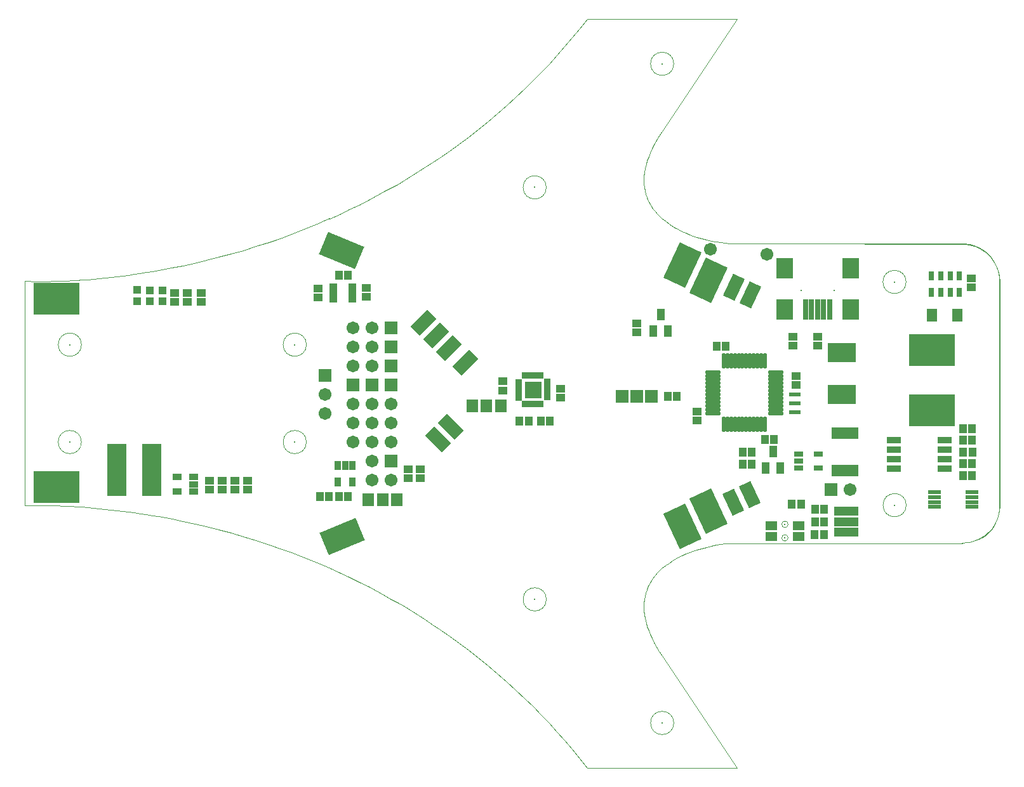
<source format=gts>
%FSLAX25Y25*%
%MOIN*%
G70*
G01*
G75*
G04 Layer_Color=8388736*
%ADD10C,0.00787*%
%ADD11R,0.03150X0.03937*%
%ADD12R,0.11811X0.03937*%
%ADD13R,0.13780X0.09646*%
%ADD14R,0.09488X0.26378*%
G04:AMPARAMS|DCode=15|XSize=196.85mil|YSize=118.11mil|CornerRadius=0mil|HoleSize=0mil|Usage=FLASHONLY|Rotation=22.500|XOffset=0mil|YOffset=0mil|HoleType=Round|Shape=Rectangle|*
%AMROTATEDRECTD15*
4,1,4,-0.06833,-0.09222,-0.11353,0.01689,0.06833,0.09222,0.11353,-0.01689,-0.06833,-0.09222,0.0*
%
%ADD15ROTATEDRECTD15*%

G04:AMPARAMS|DCode=16|XSize=196.85mil|YSize=118.11mil|CornerRadius=0mil|HoleSize=0mil|Usage=FLASHONLY|Rotation=337.500|XOffset=0mil|YOffset=0mil|HoleType=Round|Shape=Rectangle|*
%AMROTATEDRECTD16*
4,1,4,-0.11353,-0.01689,-0.06833,0.09222,0.11353,0.01689,0.06833,-0.09222,-0.11353,-0.01689,0.0*
%
%ADD16ROTATEDRECTD16*%

G04:AMPARAMS|DCode=17|XSize=196.85mil|YSize=118.11mil|CornerRadius=0mil|HoleSize=0mil|Usage=FLASHONLY|Rotation=115.000|XOffset=0mil|YOffset=0mil|HoleType=Round|Shape=Rectangle|*
%AMROTATEDRECTD17*
4,1,4,0.09512,-0.06425,-0.01193,-0.11416,-0.09512,0.06425,0.01193,0.11416,0.09512,-0.06425,0.0*
%
%ADD17ROTATEDRECTD17*%

G04:AMPARAMS|DCode=18|XSize=196.85mil|YSize=118.11mil|CornerRadius=0mil|HoleSize=0mil|Usage=FLASHONLY|Rotation=65.000|XOffset=0mil|YOffset=0mil|HoleType=Round|Shape=Rectangle|*
%AMROTATEDRECTD18*
4,1,4,0.01193,-0.11416,-0.09512,-0.06425,-0.01193,0.11416,0.09512,0.06425,0.01193,-0.11416,0.0*
%
%ADD18ROTATEDRECTD18*%

%ADD19R,0.05118X0.05906*%
%ADD20R,0.03937X0.03150*%
%ADD21R,0.03898X0.01890*%
%ADD22R,0.04173X0.02559*%
%ADD23R,0.05512X0.04134*%
%ADD24R,0.06890X0.02559*%
%ADD25R,0.23622X0.15748*%
%ADD26R,0.02362X0.04331*%
%ADD27R,0.03150X0.03150*%
%ADD28R,0.03347X0.05118*%
%ADD29R,0.05906X0.05906*%
%ADD30O,0.07480X0.01181*%
%ADD31O,0.01181X0.07480*%
%ADD32R,0.01969X0.09843*%
%ADD33R,0.07874X0.09843*%
%ADD34R,0.05118X0.01575*%
%ADD35R,0.07874X0.07874*%
%ADD36R,0.03937X0.02165*%
%ADD37R,0.00984X0.02756*%
%ADD38R,0.02756X0.00984*%
%ADD39R,0.05000X0.05787*%
%ADD40R,0.13386X0.05315*%
%ADD41R,0.05906X0.01614*%
G04:AMPARAMS|DCode=42|XSize=118.11mil|YSize=59.06mil|CornerRadius=0mil|HoleSize=0mil|Usage=FLASHONLY|Rotation=225.000|XOffset=0mil|YOffset=0mil|HoleType=Round|Shape=Rectangle|*
%AMROTATEDRECTD42*
4,1,4,0.02088,0.06264,0.06264,0.02088,-0.02088,-0.06264,-0.06264,-0.02088,0.02088,0.06264,0.0*
%
%ADD42ROTATEDRECTD42*%

G04:AMPARAMS|DCode=43|XSize=118.11mil|YSize=59.06mil|CornerRadius=0mil|HoleSize=0mil|Usage=FLASHONLY|Rotation=135.000|XOffset=0mil|YOffset=0mil|HoleType=Round|Shape=Rectangle|*
%AMROTATEDRECTD43*
4,1,4,0.06264,-0.02088,0.02088,-0.06264,-0.06264,0.02088,-0.02088,0.06264,0.06264,-0.02088,0.0*
%
%ADD43ROTATEDRECTD43*%

G04:AMPARAMS|DCode=44|XSize=118.11mil|YSize=59.06mil|CornerRadius=0mil|HoleSize=0mil|Usage=FLASHONLY|Rotation=245.000|XOffset=0mil|YOffset=0mil|HoleType=Round|Shape=Rectangle|*
%AMROTATEDRECTD44*
4,1,4,-0.00180,0.06600,0.05172,0.04104,0.00180,-0.06600,-0.05172,-0.04104,-0.00180,0.06600,0.0*
%
%ADD44ROTATEDRECTD44*%

G04:AMPARAMS|DCode=45|XSize=118.11mil|YSize=59.06mil|CornerRadius=0mil|HoleSize=0mil|Usage=FLASHONLY|Rotation=295.000|XOffset=0mil|YOffset=0mil|HoleType=Round|Shape=Rectangle|*
%AMROTATEDRECTD45*
4,1,4,-0.05172,0.04104,0.00180,0.06600,0.05172,-0.04104,-0.00180,-0.06600,-0.05172,0.04104,0.0*
%
%ADD45ROTATEDRECTD45*%

%ADD46R,0.02559X0.04173*%
%ADD47C,0.01969*%
%ADD48C,0.03937*%
%ADD49C,0.07874*%
%ADD50C,0.05906*%
%ADD51R,0.06869X0.26570*%
%ADD52R,0.06892X0.11504*%
%ADD53R,0.37657X0.14030*%
%ADD54R,0.23424X0.11604*%
%ADD55R,0.15927X0.15830*%
%ADD56R,0.14344X0.15856*%
%ADD57C,0.00394*%
%ADD58C,0.00197*%
%ADD59C,0.05906*%
%ADD60R,0.05906X0.05906*%
%ADD61C,0.01969*%
%ADD62R,0.36038X0.16300*%
%ADD63C,0.01000*%
%ADD64C,0.01181*%
%ADD65C,0.00984*%
%ADD66C,0.02362*%
%ADD67C,0.00039*%
%ADD68R,0.03937X0.03937*%
%ADD69R,0.04309X0.09978*%
%ADD70R,0.04309X0.09978*%
%ADD71R,0.11596X0.03568*%
%ADD72R,0.03568X0.11596*%
%ADD73R,0.03618X0.11596*%
%ADD74R,0.11596X0.03583*%
%ADD75R,0.03950X0.04737*%
%ADD76R,0.12611X0.04737*%
%ADD77R,0.14579X0.10446*%
%ADD78R,0.10288X0.27178*%
G04:AMPARAMS|DCode=79|XSize=204.85mil|YSize=126.11mil|CornerRadius=0mil|HoleSize=0mil|Usage=FLASHONLY|Rotation=22.500|XOffset=0mil|YOffset=0mil|HoleType=Round|Shape=Rectangle|*
%AMROTATEDRECTD79*
4,1,4,-0.07050,-0.09745,-0.11876,0.01906,0.07050,0.09745,0.11876,-0.01906,-0.07050,-0.09745,0.0*
%
%ADD79ROTATEDRECTD79*%

G04:AMPARAMS|DCode=80|XSize=204.85mil|YSize=126.11mil|CornerRadius=0mil|HoleSize=0mil|Usage=FLASHONLY|Rotation=337.500|XOffset=0mil|YOffset=0mil|HoleType=Round|Shape=Rectangle|*
%AMROTATEDRECTD80*
4,1,4,-0.11876,-0.01906,-0.07050,0.09745,0.11876,0.01906,0.07050,-0.09745,-0.11876,-0.01906,0.0*
%
%ADD80ROTATEDRECTD80*%

G04:AMPARAMS|DCode=81|XSize=204.85mil|YSize=126.11mil|CornerRadius=0mil|HoleSize=0mil|Usage=FLASHONLY|Rotation=115.000|XOffset=0mil|YOffset=0mil|HoleType=Round|Shape=Rectangle|*
%AMROTATEDRECTD81*
4,1,4,0.10043,-0.06618,-0.01386,-0.11948,-0.10043,0.06618,0.01386,0.11948,0.10043,-0.06618,0.0*
%
%ADD81ROTATEDRECTD81*%

G04:AMPARAMS|DCode=82|XSize=204.85mil|YSize=126.11mil|CornerRadius=0mil|HoleSize=0mil|Usage=FLASHONLY|Rotation=65.000|XOffset=0mil|YOffset=0mil|HoleType=Round|Shape=Rectangle|*
%AMROTATEDRECTD82*
4,1,4,0.01386,-0.11948,-0.10043,-0.06618,-0.01386,0.11948,0.10043,0.06618,0.01386,-0.11948,0.0*
%
%ADD82ROTATEDRECTD82*%

%ADD83R,0.05918X0.06706*%
%ADD84R,0.04737X0.03950*%
%ADD85R,0.04973X0.03359*%
%ADD86R,0.06312X0.04934*%
%ADD87R,0.07690X0.03359*%
%ADD88R,0.24422X0.16548*%
%ADD89R,0.03162X0.05131*%
%ADD90R,0.03950X0.03950*%
%ADD91R,0.04147X0.05918*%
%ADD92R,0.06706X0.06706*%
%ADD93O,0.08280X0.01981*%
%ADD94O,0.01981X0.08280*%
%ADD95R,0.02769X0.10642*%
%ADD96R,0.08674X0.10642*%
%ADD97R,0.05918X0.02375*%
%ADD98R,0.08674X0.08674*%
%ADD99R,0.04737X0.02965*%
%ADD100R,0.01784X0.03556*%
%ADD101R,0.03556X0.01784*%
%ADD102R,0.05800X0.06587*%
%ADD103R,0.14186X0.06115*%
%ADD104R,0.06706X0.02414*%
G04:AMPARAMS|DCode=105|XSize=126.11mil|YSize=67.06mil|CornerRadius=0mil|HoleSize=0mil|Usage=FLASHONLY|Rotation=225.000|XOffset=0mil|YOffset=0mil|HoleType=Round|Shape=Rectangle|*
%AMROTATEDRECTD105*
4,1,4,0.02088,0.06829,0.06829,0.02088,-0.02088,-0.06829,-0.06829,-0.02088,0.02088,0.06829,0.0*
%
%ADD105ROTATEDRECTD105*%

G04:AMPARAMS|DCode=106|XSize=126.11mil|YSize=67.06mil|CornerRadius=0mil|HoleSize=0mil|Usage=FLASHONLY|Rotation=135.000|XOffset=0mil|YOffset=0mil|HoleType=Round|Shape=Rectangle|*
%AMROTATEDRECTD106*
4,1,4,0.06829,-0.02088,0.02088,-0.06829,-0.06829,0.02088,-0.02088,0.06829,0.06829,-0.02088,0.0*
%
%ADD106ROTATEDRECTD106*%

G04:AMPARAMS|DCode=107|XSize=126.11mil|YSize=67.06mil|CornerRadius=0mil|HoleSize=0mil|Usage=FLASHONLY|Rotation=245.000|XOffset=0mil|YOffset=0mil|HoleType=Round|Shape=Rectangle|*
%AMROTATEDRECTD107*
4,1,4,-0.00374,0.07132,0.05704,0.04298,0.00374,-0.07132,-0.05704,-0.04298,-0.00374,0.07132,0.0*
%
%ADD107ROTATEDRECTD107*%

G04:AMPARAMS|DCode=108|XSize=126.11mil|YSize=67.06mil|CornerRadius=0mil|HoleSize=0mil|Usage=FLASHONLY|Rotation=295.000|XOffset=0mil|YOffset=0mil|HoleType=Round|Shape=Rectangle|*
%AMROTATEDRECTD108*
4,1,4,-0.05704,0.04298,0.00374,0.07132,0.05704,-0.04298,-0.00374,-0.07132,-0.05704,0.04298,0.0*
%
%ADD108ROTATEDRECTD108*%

%ADD109R,0.03359X0.04973*%
%ADD110C,0.00800*%
%ADD111C,0.06706*%
%ADD112R,0.06706X0.06706*%
D21*
X897449Y570232D02*
D03*
Y572791D02*
D03*
Y575350D02*
D03*
Y577909D02*
D03*
X887252Y570232D02*
D03*
Y572791D02*
D03*
Y575350D02*
D03*
Y577909D02*
D03*
D57*
X1233068Y592835D02*
G03*
X1217579Y600111I-15664J-13221D01*
G01*
X1217591Y442672D02*
G03*
X1233080Y449948I-175J20497D01*
G01*
X880412Y611114D02*
G03*
X885495Y613312I-35534J89131D01*
G01*
X885527Y429516D02*
G03*
X880444Y431715I-40617J-86933D01*
G01*
X755095Y547005D02*
G03*
X755095Y547005I-6102J0D01*
G01*
Y495825D02*
G03*
X755095Y495825I-6102J0D01*
G01*
X873206D02*
G03*
X873206Y495825I-6102J0D01*
G01*
Y547005D02*
G03*
X873206Y547005I-6102J0D01*
G01*
X999188Y413147D02*
G03*
X999188Y413147I-6102J0D01*
G01*
X1066117Y348188D02*
G03*
X1066117Y348188I-6102J0D01*
G01*
X1188164Y462662D02*
G03*
X1188164Y462662I-6102J0D01*
G01*
X1188105Y579993D02*
G03*
X1188105Y579993I-6102J0D01*
G01*
X999187Y629683D02*
G03*
X999187Y629683I-6102J0D01*
G01*
X1066117Y694642D02*
G03*
X1066117Y694642I-6102J0D01*
G01*
X1166186Y600154D02*
X1217504D01*
X1099391D02*
X1166186D01*
X1016714Y329514D02*
X1020651Y324561D01*
X1012729Y334348D02*
X1016714Y329514D01*
X1008701Y339065D02*
X1012729Y334348D01*
X1004632Y343665D02*
X1008701Y339065D01*
X1000522Y348150D02*
X1004632Y343665D01*
X996375Y352521D02*
X1000522Y348150D01*
X992192Y356779D02*
X996375Y352521D01*
X987975Y360926D02*
X992192Y356779D01*
X983117Y365533D02*
X987975Y360926D01*
X978221Y369998D02*
X983117Y365533D01*
X973289Y374326D02*
X978221Y369998D01*
X968327Y378516D02*
X973289Y374326D01*
X963335Y382573D02*
X968327Y378516D01*
X958318Y386498D02*
X963335Y382573D01*
X953278Y390293D02*
X958318Y386498D01*
X948218Y393961D02*
X953278Y390293D01*
X943142Y397502D02*
X948218Y393961D01*
X939442Y399999D02*
X943142Y397502D01*
X935736Y402433D02*
X939442Y399999D01*
X932025Y404804D02*
X935736Y402433D01*
X928312Y407112D02*
X932025Y404804D01*
X924595Y409358D02*
X928312Y407112D01*
X920877Y411542D02*
X924595Y409358D01*
X917159Y413666D02*
X920877Y411542D01*
X914453Y415193D02*
X917159Y413666D01*
X773629Y459957D02*
X776585Y459591D01*
X770744Y460294D02*
X773629Y459957D01*
X767475Y460646D02*
X770744Y460294D01*
X764307Y460963D02*
X767475Y460646D01*
X761242Y461242D02*
X764307Y460963D01*
X758279Y461489D02*
X761242Y461242D01*
X755426Y461703D02*
X758279Y461489D01*
X752683Y461887D02*
X755426Y461703D01*
X750053Y462044D02*
X752683Y461887D01*
X747540Y462174D02*
X750053Y462044D01*
X745146Y462281D02*
X747540Y462174D01*
X742514Y462377D02*
X745146Y462281D01*
X740053Y462448D02*
X742514Y462377D01*
X737765Y462495D02*
X740053Y462448D01*
X735657Y462521D02*
X737765Y462495D01*
X733731Y462531D02*
X735657Y462521D01*
X731993Y462527D02*
X733731Y462531D01*
X730447Y462512D02*
X731993Y462527D01*
X729097Y462488D02*
X730447Y462512D01*
X727949Y462460D02*
X729097Y462488D01*
X727415Y462445D02*
X727949Y462460D01*
X726942Y462428D02*
X727415Y462445D01*
X726529Y462413D02*
X726942Y462428D01*
X726179Y462399D02*
X726529Y462413D01*
X725890Y462387D02*
X726179Y462399D01*
X725665Y462376D02*
X725890Y462387D01*
X725503Y462367D02*
X725665Y462376D01*
X725406Y462363D02*
X725503Y462367D01*
X725374Y462362D02*
X725406Y462363D01*
X725374Y462362D02*
Y580471D01*
X833536Y594757D02*
X840102Y596648D01*
X846768Y598697D01*
X853525Y600908D01*
X860365Y603286D01*
X865327Y605103D01*
X870324Y607011D01*
X875354Y609014D01*
X880412Y611114D01*
X885495Y613312D02*
X890602Y615612D01*
X895726Y618014D01*
X900866Y620523D01*
X906020Y623140D01*
X914414Y627750D01*
X917159Y629159D01*
X920877Y631283D01*
X924595Y633468D01*
X928312Y635712D01*
X932025Y638019D01*
X935736Y640390D01*
X939442Y642823D01*
X943142Y645322D01*
X948218Y648863D01*
X953278Y652531D01*
X958318Y656324D01*
X963335Y660249D01*
X968327Y664306D01*
X973289Y668497D01*
X978221Y672824D01*
X983117Y677290D01*
X987975Y681896D01*
X992192Y686044D01*
X996375Y690302D01*
X1000522Y694671D01*
X1004632Y699156D01*
X1008701Y703756D01*
X1012729Y708473D01*
X1016714Y713307D01*
X1020651Y718260D01*
X1099391D01*
X1060022Y659205D02*
X1099391Y718260D01*
X1058466Y656844D02*
X1060022Y659205D01*
X1057059Y654540D02*
X1058466Y656844D01*
X1055798Y652292D02*
X1057059Y654540D01*
X1054676Y650101D02*
X1055798Y652292D01*
X1053693Y647963D02*
X1054676Y650101D01*
X1052841Y645883D02*
X1053693Y647963D01*
X1052121Y643855D02*
X1052841Y645883D01*
X1051526Y641881D02*
X1052121Y643855D01*
X1050996Y639691D02*
X1051526Y641881D01*
X1050619Y637570D02*
X1050996Y639691D01*
X1050391Y635516D02*
X1050619Y637570D01*
X1050307Y633530D02*
X1050391Y635516D01*
X1050307Y633530D02*
X1050361Y631611D01*
X1050547Y629755D01*
X1050859Y627966D01*
X1051293Y626241D01*
X1051843Y624580D01*
X1052362Y623295D01*
X1052948Y622051D01*
X1053600Y620845D01*
X1054314Y619679D01*
X1055086Y618551D01*
X1055915Y617461D01*
X1057730Y615393D01*
X1059736Y613472D01*
X1061911Y611696D01*
X1063512Y610543D01*
X1067106Y608200D01*
X1066895Y608439D02*
X1068662Y607483D01*
X1070470Y606591D01*
X1072311Y605764D01*
X1074177Y604997D01*
X1076061Y604290D01*
X1077955Y603644D01*
X1080591Y602843D01*
X1083212Y602151D01*
X1085797Y601566D01*
X1088324Y601086D01*
X1090774Y600708D01*
X1093127Y600429D01*
X1095361Y600246D01*
X1097455Y600155D01*
X1099391Y600154D01*
X1232277Y593481D02*
X1233827Y591478D01*
X1235106Y589293D01*
X1236092Y586964D01*
X1236769Y584525D01*
X1237080Y582529D01*
X1237185Y580472D01*
Y462350D02*
Y580472D01*
X1228509Y446028D02*
X1230512Y447577D01*
X1226325Y444748D02*
X1228509Y446028D01*
X853493Y600910D02*
X860333Y603287D01*
X846736Y598698D02*
X853493Y600910D01*
X840070Y596650D02*
X846736Y598698D01*
X833504Y594758D02*
X840070Y596650D01*
X827048Y593015D02*
X833504Y594758D01*
X820708Y591417D02*
X827048Y593015D01*
X814494Y589955D02*
X820708Y591417D01*
X808415Y588625D02*
X814494Y589955D01*
X802480Y587422D02*
X808415Y588625D01*
X795641Y586150D02*
X802480Y587422D01*
X792308Y585573D02*
X795641Y586150D01*
X789033Y585035D02*
X792308Y585573D01*
X785818Y584533D02*
X789033Y585035D01*
X782665Y584068D02*
X785818Y584533D01*
X779575Y583636D02*
X782665Y584068D01*
X776553Y583237D02*
X779575Y583636D01*
X773597Y582871D02*
X776553Y583237D01*
X770712Y582536D02*
X773597Y582871D01*
X767443Y582182D02*
X770712Y582536D01*
X764275Y581867D02*
X767443Y582182D01*
X761210Y581586D02*
X764275Y581867D01*
X758247Y581339D02*
X761210Y581586D01*
X755394Y581126D02*
X758247Y581339D01*
X752651Y580942D02*
X755394Y581126D01*
X750021Y580785D02*
X752651Y580942D01*
X747508Y580654D02*
X750021Y580785D01*
X745114Y580547D02*
X747508Y580654D01*
X742482Y580451D02*
X745114Y580547D01*
X740021Y580380D02*
X742482Y580451D01*
X737733Y580333D02*
X740021Y580380D01*
X735625Y580307D02*
X737733Y580333D01*
X733699Y580297D02*
X735625Y580307D01*
X731961Y580301D02*
X733699Y580297D01*
X730415Y580318D02*
X731961Y580301D01*
X729065Y580342D02*
X730415Y580318D01*
X727917Y580369D02*
X729065Y580342D01*
X727384Y580386D02*
X727917Y580369D01*
X726910Y580403D02*
X727384Y580386D01*
X726497Y580418D02*
X726910Y580403D01*
X726147Y580433D02*
X726497Y580418D01*
X725858Y580446D02*
X726147Y580433D01*
X725634Y580457D02*
X725858Y580446D01*
X725471Y580465D02*
X725634Y580457D01*
X725374Y580471D02*
X725471Y580465D01*
X725342Y580472D02*
X725374Y580471D01*
X1237091Y460254D02*
X1237197Y462311D01*
X1236781Y458259D02*
X1237091Y460254D01*
X1236104Y455819D02*
X1236781Y458259D01*
X1235118Y453490D02*
X1236104Y455819D01*
X1233839Y451306D02*
X1235118Y453490D01*
X1232289Y449303D02*
X1233839Y451306D01*
X1217445Y599974D02*
X1219502Y599869D01*
X1221497Y599559D01*
X1223936Y598882D01*
X1226266Y597896D01*
X1228450Y596617D01*
X1230453Y595067D01*
X1232422Y593064D01*
X1234082Y590812D01*
X1235401Y588359D01*
X1236356Y585754D01*
X1236928Y583084D01*
X1237126Y580294D01*
X1237126Y462172D01*
X1237021Y460115D02*
X1237126Y462172D01*
X1236710Y458119D02*
X1237021Y460115D01*
X1236033Y455680D02*
X1236710Y458119D01*
X1235047Y453351D02*
X1236033Y455680D01*
X1233768Y451166D02*
X1235047Y453351D01*
X1232218Y449164D02*
X1233768Y451166D01*
X1230215Y447194D02*
X1232218Y449164D01*
X1227963Y445534D02*
X1230215Y447194D01*
X1166220Y599974D02*
X1217445D01*
X1095361Y442578D02*
X1097455Y442670D01*
X1093127Y442395D02*
X1095361Y442578D01*
X1090774Y442116D02*
X1093127Y442395D01*
X1088324Y441738D02*
X1090774Y442116D01*
X1085797Y441258D02*
X1088324Y441738D01*
X1083212Y440674D02*
X1085797Y441258D01*
X1080591Y439983D02*
X1083212Y440674D01*
X1077955Y439180D02*
X1080591Y439983D01*
X1097455Y442670D02*
X1168988D01*
X1020651Y324561D02*
X1099391Y324562D01*
X1076061Y438534D02*
X1077955Y439180D01*
X1074177Y437828D02*
X1076061Y438534D01*
X1072311Y437062D02*
X1074177Y437828D01*
X1070470Y436234D02*
X1072311Y437062D01*
X1068662Y435344D02*
X1070470Y436234D01*
X1066895Y434388D02*
X1068662Y435344D01*
X1065176Y433369D02*
X1066895Y434388D01*
X1063512Y432283D02*
X1065176Y433369D01*
X1061911Y431130D02*
X1063512Y432283D01*
X1059736Y429353D02*
X1061911Y431130D01*
X1057730Y427433D02*
X1059736Y429353D01*
X1055915Y425365D02*
X1057730Y427433D01*
X1055086Y424274D02*
X1055915Y425365D01*
X1054314Y423147D02*
X1055086Y424274D01*
X1053600Y421980D02*
X1054314Y423147D01*
X1052948Y420774D02*
X1053600Y421980D01*
X1052362Y419530D02*
X1052948Y420774D01*
X1051843Y418245D02*
X1052362Y419530D01*
X1051293Y416583D02*
X1051843Y418245D01*
X1050859Y414858D02*
X1051293Y416583D01*
X1050547Y413069D02*
X1050859Y414858D01*
X1050361Y411215D02*
X1050547Y413069D01*
X1050307Y409295D02*
X1050361Y411215D01*
X1050307Y409295D02*
X1050391Y407309D01*
X1050619Y405255D01*
X1050996Y403134D01*
X1051526Y400944D01*
X1052121Y398970D01*
X1052841Y396943D01*
X1053693Y394861D01*
X1054676Y392724D01*
X1055798Y390531D01*
X1057059Y388283D01*
X1058466Y385979D01*
X1060022Y383618D01*
X1099391Y324562D01*
X1146128Y442670D02*
X1217661D01*
X776585Y459591D02*
X779607Y459192D01*
X782697Y458760D01*
X785850Y458295D01*
X789065Y457794D01*
X792340Y457255D01*
X795673Y456678D01*
X802512Y455406D01*
X808447Y454203D01*
X814526Y452873D01*
X820740Y451412D01*
X827080Y449813D01*
X833536Y448070D01*
X840102Y446178D01*
X846768Y444130D01*
X853525Y441919D01*
X860365Y439541D01*
X906052Y419688D02*
X914446Y415078D01*
X900898Y422305D02*
X906052Y419688D01*
X895758Y424815D02*
X900898Y422305D01*
X890634Y427216D02*
X895758Y424815D01*
X885527Y429516D02*
X890634Y427216D01*
X875386Y433815D02*
X880444Y431715D01*
X870356Y435817D02*
X875386Y433815D01*
X865359Y437726D02*
X870356Y435817D01*
X860397Y439542D02*
X865359Y437726D01*
X853557Y441920D02*
X860397Y439542D01*
X846800Y444131D02*
X853557Y441920D01*
X840134Y446180D02*
X846800Y444131D01*
X833568Y448071D02*
X840134Y446180D01*
D58*
X1126148Y445484D02*
G03*
X1126148Y445484I-1671J0D01*
G01*
Y452571D02*
G03*
X1126148Y452571I-1671J0D01*
G01*
D69*
X897409Y574039D02*
D03*
D70*
X887255Y574054D02*
D03*
D71*
X992049Y515867D02*
D03*
D72*
X999676Y523383D02*
D03*
D73*
X984714Y523303D02*
D03*
D74*
X992155Y530831D02*
D03*
D75*
X1102185Y484198D02*
D03*
X1106909D02*
D03*
X985166Y506747D02*
D03*
X989890D02*
D03*
X1000933Y506747D02*
D03*
X996208D02*
D03*
X1114083Y497327D02*
D03*
X1118807D02*
D03*
X1102170Y490410D02*
D03*
X1106894D02*
D03*
X1222843Y490520D02*
D03*
X1218119D02*
D03*
X1218085Y478202D02*
D03*
X1222809D02*
D03*
X1144960Y460601D02*
D03*
X1140235D02*
D03*
X1145121Y453876D02*
D03*
X1140397D02*
D03*
X1144889Y447109D02*
D03*
X1140165D02*
D03*
X1217981Y502837D02*
D03*
X1222706Y502837D02*
D03*
X890372Y467336D02*
D03*
X895097Y467336D02*
D03*
X884942Y467313D02*
D03*
X880217Y467313D02*
D03*
X1067642Y519744D02*
D03*
X1062917D02*
D03*
X1093319Y546213D02*
D03*
X1088594D02*
D03*
X1132862Y463130D02*
D03*
X1128138D02*
D03*
X1222796Y484361D02*
D03*
X1218072D02*
D03*
X1222819Y496678D02*
D03*
X1218095Y496678D02*
D03*
X895114Y583531D02*
D03*
X890390D02*
D03*
D76*
X1156721Y453920D02*
D03*
Y459362D02*
D03*
Y448477D02*
D03*
D77*
X1154488Y520831D02*
D03*
Y542681D02*
D03*
D78*
X773556Y481072D02*
D03*
X791863D02*
D03*
D79*
X892130Y446225D02*
D03*
D80*
X891826Y596563D02*
D03*
D81*
X1084255Y459428D02*
D03*
X1070759Y451371D02*
D03*
D82*
X1084353Y580907D02*
D03*
X1070690Y588959D02*
D03*
D83*
X960265Y514921D02*
D03*
X967746D02*
D03*
X975226D02*
D03*
X920669Y465351D02*
D03*
X913188D02*
D03*
X905708D02*
D03*
D84*
X1130232Y525913D02*
D03*
Y530638D02*
D03*
X1141634Y551287D02*
D03*
Y546563D02*
D03*
X879390Y576528D02*
D03*
Y571803D02*
D03*
X1078386Y511937D02*
D03*
Y507213D02*
D03*
X822241Y470761D02*
D03*
Y475485D02*
D03*
X842256Y475483D02*
D03*
Y470759D02*
D03*
X835584Y470761D02*
D03*
Y475486D02*
D03*
X828913Y475486D02*
D03*
Y470761D02*
D03*
X1222453Y577280D02*
D03*
Y582004D02*
D03*
X1128660Y551287D02*
D03*
Y546563D02*
D03*
X817909Y569409D02*
D03*
Y574134D02*
D03*
X810634Y569417D02*
D03*
Y574142D02*
D03*
X804075Y574220D02*
D03*
Y569496D02*
D03*
X904654Y576740D02*
D03*
Y572016D02*
D03*
X1006794Y524007D02*
D03*
Y519282D02*
D03*
X1046826Y553504D02*
D03*
Y558228D02*
D03*
X976416Y527676D02*
D03*
Y522952D02*
D03*
X932905Y476810D02*
D03*
Y481534D02*
D03*
X926623Y481493D02*
D03*
Y476768D02*
D03*
D85*
X813863Y469930D02*
D03*
Y473670D02*
D03*
Y477411D02*
D03*
X805201Y469930D02*
D03*
Y477411D02*
D03*
D86*
X1131563Y451882D02*
D03*
Y446173D02*
D03*
X1117390D02*
D03*
Y451882D02*
D03*
D87*
X1208298Y491907D02*
D03*
X1208323Y486917D02*
D03*
Y481917D02*
D03*
Y496917D02*
D03*
X1181758Y496927D02*
D03*
Y491927D02*
D03*
Y486927D02*
D03*
Y481927D02*
D03*
D88*
X1201539Y544107D02*
D03*
Y512611D02*
D03*
X741838Y472222D02*
D03*
Y571041D02*
D03*
D89*
X1216165Y583035D02*
D03*
X1211244D02*
D03*
X1206323D02*
D03*
X1201402D02*
D03*
X1216165Y574374D02*
D03*
X1211244D02*
D03*
X1206323D02*
D03*
X1201402D02*
D03*
D90*
X784232Y575756D02*
D03*
Y569850D02*
D03*
X797614Y575622D02*
D03*
Y569717D02*
D03*
X790925Y575622D02*
D03*
Y569717D02*
D03*
D91*
X1114441Y482109D02*
D03*
X1121921D02*
D03*
X1118181Y490770D02*
D03*
X1059240Y562811D02*
D03*
X1062980Y554149D02*
D03*
X1055500D02*
D03*
D92*
X1054357Y519825D02*
D03*
X1046621Y519830D02*
D03*
X1038886Y519835D02*
D03*
X917720Y536004D02*
D03*
Y546004D02*
D03*
X917720Y556004D02*
D03*
X1148601Y470852D02*
D03*
D93*
X1119665Y510988D02*
D03*
Y512957D02*
D03*
Y514925D02*
D03*
Y516894D02*
D03*
Y518862D02*
D03*
Y520831D02*
D03*
Y522799D02*
D03*
Y524768D02*
D03*
Y526736D02*
D03*
Y528705D02*
D03*
Y530673D02*
D03*
Y532642D02*
D03*
X1086595D02*
D03*
Y530673D02*
D03*
Y528705D02*
D03*
Y526736D02*
D03*
Y524768D02*
D03*
Y522799D02*
D03*
Y520831D02*
D03*
Y518862D02*
D03*
Y516894D02*
D03*
Y514925D02*
D03*
Y512957D02*
D03*
Y510988D02*
D03*
D94*
X1113957Y538350D02*
D03*
X1111988D02*
D03*
X1110020D02*
D03*
X1108051D02*
D03*
X1106083D02*
D03*
X1104114D02*
D03*
X1102146D02*
D03*
X1100177D02*
D03*
X1098209D02*
D03*
X1096240D02*
D03*
X1094272D02*
D03*
X1092303D02*
D03*
Y505280D02*
D03*
X1094272D02*
D03*
X1096240D02*
D03*
X1098209D02*
D03*
X1100177D02*
D03*
X1102146D02*
D03*
X1104114D02*
D03*
X1106083D02*
D03*
X1108051D02*
D03*
X1110020D02*
D03*
X1111988D02*
D03*
X1113957D02*
D03*
D95*
X1135280Y565421D02*
D03*
X1138429D02*
D03*
X1141579D02*
D03*
X1147878D02*
D03*
X1144728D02*
D03*
D96*
X1124256D02*
D03*
Y587075D02*
D03*
X1158902D02*
D03*
Y565421D02*
D03*
D97*
X1129717Y520819D02*
D03*
Y516094D02*
D03*
Y511370D02*
D03*
D98*
X992212Y523246D02*
D03*
D99*
X1142159Y482082D02*
D03*
Y489562D02*
D03*
X1131530Y482082D02*
D03*
Y485822D02*
D03*
Y489562D02*
D03*
D100*
X987264Y515878D02*
D03*
Y530839D02*
D03*
X989233D02*
D03*
X991201D02*
D03*
X993170D02*
D03*
X995138D02*
D03*
Y515878D02*
D03*
X997107D02*
D03*
X993170D02*
D03*
X991201D02*
D03*
X989233D02*
D03*
X997107Y530839D02*
D03*
D101*
X984705Y520406D02*
D03*
Y518437D02*
D03*
Y522374D02*
D03*
Y524343D02*
D03*
Y526311D02*
D03*
Y528280D02*
D03*
X999666D02*
D03*
Y526311D02*
D03*
Y524343D02*
D03*
Y522374D02*
D03*
Y518437D02*
D03*
Y520406D02*
D03*
D102*
X1201762Y562500D02*
D03*
X1215069D02*
D03*
D103*
X1155841Y500531D02*
D03*
Y480847D02*
D03*
D104*
X1202955Y466880D02*
D03*
X1202955Y469447D02*
D03*
X1202955Y464311D02*
D03*
Y461742D02*
D03*
X1222620Y466854D02*
D03*
X1222619Y469454D02*
D03*
X1222620Y464301D02*
D03*
Y461732D02*
D03*
D105*
X956637Y537648D02*
D03*
X934708Y558554D02*
D03*
X941425Y551836D02*
D03*
X948143Y545119D02*
D03*
D106*
X942172Y497203D02*
D03*
X948890Y503921D02*
D03*
D107*
X1106217Y573310D02*
D03*
X1097607Y577325D02*
D03*
D108*
X1105876Y468194D02*
D03*
X1097266Y464179D02*
D03*
D109*
X889783Y475005D02*
D03*
X897263Y475005D02*
D03*
X889783Y483667D02*
D03*
X893523Y483667D02*
D03*
X897263Y483667D02*
D03*
D110*
X1182068Y462657D02*
D03*
X1060022Y694637D02*
D03*
X749000Y495820D02*
D03*
X993093Y413142D02*
D03*
X749000Y547000D02*
D03*
X867110D02*
D03*
Y495820D02*
D03*
X1060022Y348183D02*
D03*
X993092Y629678D02*
D03*
X1182009Y579988D02*
D03*
X1124477Y445484D02*
D03*
Y452571D02*
D03*
X1150240Y575657D02*
D03*
X1132917Y575658D02*
D03*
D111*
X907720Y496004D02*
D03*
Y506004D02*
D03*
Y516004D02*
D03*
X917720Y496004D02*
D03*
Y506004D02*
D03*
Y516004D02*
D03*
X897720Y496004D02*
D03*
Y506004D02*
D03*
Y516004D02*
D03*
X907720Y536004D02*
D03*
X897720D02*
D03*
X907720Y546004D02*
D03*
X897720D02*
D03*
X1115148Y594404D02*
D03*
X1085341Y597012D02*
D03*
X917720Y476004D02*
D03*
X907720D02*
D03*
Y486004D02*
D03*
X907720Y556004D02*
D03*
X897720D02*
D03*
X882961Y520748D02*
D03*
Y510748D02*
D03*
X1158601Y470852D02*
D03*
D112*
X907720Y526004D02*
D03*
X917720Y526004D02*
D03*
X897720Y526004D02*
D03*
X917720Y486004D02*
D03*
X882961Y530748D02*
D03*
M02*

</source>
